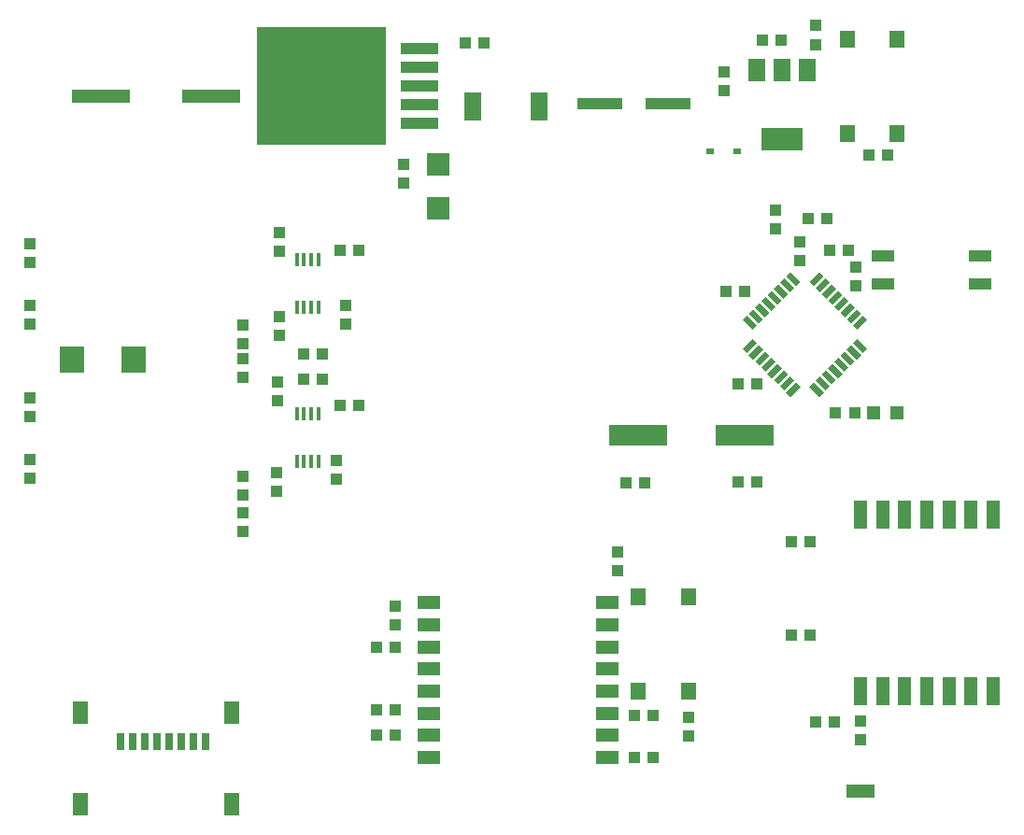
<source format=gtp>
G75*
%MOIN*%
%OFA0B0*%
%FSLAX25Y25*%
%IPPOS*%
%LPD*%
%AMOC8*
5,1,8,0,0,1.08239X$1,22.5*
%
%ADD10R,0.03937X0.04331*%
%ADD11R,0.04724X0.04724*%
%ADD12R,0.21000X0.07600*%
%ADD13R,0.04331X0.03937*%
%ADD14R,0.05000X0.02200*%
%ADD15R,0.02200X0.05000*%
%ADD16R,0.07874X0.04331*%
%ADD17R,0.01575X0.04724*%
%ADD18R,0.07874X0.07874*%
%ADD19R,0.05900X0.07900*%
%ADD20R,0.15000X0.07900*%
%ADD21R,0.13800X0.04100*%
%ADD22R,0.45900X0.42000*%
%ADD23R,0.05906X0.09843*%
%ADD24R,0.05512X0.06299*%
%ADD25R,0.03150X0.02362*%
%ADD26R,0.16000X0.04300*%
%ADD27R,0.07874X0.04724*%
%ADD28R,0.21100X0.04700*%
%ADD29R,0.08900X0.09800*%
%ADD30R,0.05709X0.07874*%
%ADD31R,0.03150X0.05906*%
%ADD32R,0.05000X0.10000*%
%ADD33R,0.10000X0.05000*%
D10*
X0191480Y0098531D03*
X0198173Y0098531D03*
X0198173Y0107531D03*
X0191480Y0107531D03*
X0191480Y0129831D03*
X0198173Y0129831D03*
X0277627Y0157085D03*
X0277627Y0163778D03*
X0339480Y0134031D03*
X0346173Y0134031D03*
X0364227Y0103378D03*
X0364227Y0096685D03*
X0290173Y0105531D03*
X0283480Y0105531D03*
X0155827Y0185485D03*
X0155827Y0192178D03*
X0177027Y0189685D03*
X0177027Y0196378D03*
X0178441Y0216208D03*
X0185134Y0216208D03*
X0156127Y0217685D03*
X0156127Y0224378D03*
X0165480Y0234531D03*
X0172173Y0234531D03*
X0156827Y0241185D03*
X0156827Y0247878D03*
X0180627Y0245185D03*
X0180627Y0251878D03*
X0178480Y0271531D03*
X0185173Y0271531D03*
X0156827Y0271185D03*
X0156827Y0277878D03*
X0201098Y0295542D03*
X0201098Y0302235D03*
X0315327Y0328585D03*
X0315327Y0335278D03*
X0348057Y0344971D03*
X0348057Y0351664D03*
X0367043Y0305500D03*
X0373736Y0305500D03*
X0352072Y0282651D03*
X0345379Y0282651D03*
X0342527Y0274478D03*
X0342527Y0267785D03*
X0362421Y0265378D03*
X0362421Y0258685D03*
X0361988Y0213638D03*
X0355295Y0213638D03*
X0067827Y0212185D03*
X0067827Y0218878D03*
X0067827Y0196878D03*
X0067827Y0190185D03*
X0067827Y0245185D03*
X0067827Y0251878D03*
X0067827Y0267185D03*
X0067827Y0273878D03*
D11*
X0368839Y0213435D03*
X0377106Y0213435D03*
D12*
X0322827Y0205531D03*
X0284827Y0205531D03*
D13*
X0287116Y0188437D03*
X0280423Y0188437D03*
X0320580Y0188672D03*
X0327273Y0188672D03*
X0339480Y0167531D03*
X0346173Y0167531D03*
X0327213Y0223775D03*
X0320520Y0223775D03*
X0322973Y0256731D03*
X0316280Y0256731D03*
X0353056Y0271444D03*
X0359749Y0271444D03*
X0333727Y0279285D03*
X0333727Y0285978D03*
X0229972Y0345338D03*
X0223280Y0345338D03*
X0329280Y0346431D03*
X0335973Y0346431D03*
X0143827Y0244878D03*
X0143827Y0238185D03*
X0143827Y0232878D03*
X0143827Y0226185D03*
X0165480Y0225531D03*
X0172173Y0225531D03*
X0143827Y0190878D03*
X0143827Y0184185D03*
X0143827Y0177878D03*
X0143827Y0171185D03*
X0198027Y0144578D03*
X0198027Y0137885D03*
X0283480Y0090531D03*
X0290173Y0090531D03*
X0302827Y0098185D03*
X0302827Y0104878D03*
X0348080Y0103231D03*
X0354773Y0103231D03*
D14*
G36*
X0342717Y0222775D02*
X0339183Y0219241D01*
X0337627Y0220797D01*
X0341161Y0224331D01*
X0342717Y0222775D01*
G37*
G36*
X0340489Y0225002D02*
X0336955Y0221468D01*
X0335399Y0223024D01*
X0338933Y0226558D01*
X0340489Y0225002D01*
G37*
G36*
X0338262Y0227230D02*
X0334728Y0223696D01*
X0333172Y0225252D01*
X0336706Y0228786D01*
X0338262Y0227230D01*
G37*
G36*
X0336035Y0229457D02*
X0332501Y0225923D01*
X0330945Y0227479D01*
X0334479Y0231013D01*
X0336035Y0229457D01*
G37*
G36*
X0333808Y0231684D02*
X0330274Y0228150D01*
X0328718Y0229706D01*
X0332252Y0233240D01*
X0333808Y0231684D01*
G37*
G36*
X0331581Y0233911D02*
X0328047Y0230377D01*
X0326491Y0231933D01*
X0330025Y0235467D01*
X0331581Y0233911D01*
G37*
G36*
X0329354Y0236138D02*
X0325820Y0232604D01*
X0324264Y0234160D01*
X0327798Y0237694D01*
X0329354Y0236138D01*
G37*
G36*
X0327127Y0238365D02*
X0323593Y0234831D01*
X0322037Y0236387D01*
X0325571Y0239921D01*
X0327127Y0238365D01*
G37*
G36*
X0357708Y0255584D02*
X0354174Y0252050D01*
X0352618Y0253606D01*
X0356152Y0257140D01*
X0357708Y0255584D01*
G37*
G36*
X0359935Y0253357D02*
X0356401Y0249823D01*
X0354845Y0251379D01*
X0358379Y0254913D01*
X0359935Y0253357D01*
G37*
G36*
X0362163Y0251130D02*
X0358629Y0247596D01*
X0357073Y0249152D01*
X0360607Y0252686D01*
X0362163Y0251130D01*
G37*
G36*
X0364390Y0248903D02*
X0360856Y0245369D01*
X0359300Y0246925D01*
X0362834Y0250459D01*
X0364390Y0248903D01*
G37*
G36*
X0366617Y0246676D02*
X0363083Y0243142D01*
X0361527Y0244698D01*
X0365061Y0248232D01*
X0366617Y0246676D01*
G37*
G36*
X0355481Y0257811D02*
X0351947Y0254277D01*
X0350391Y0255833D01*
X0353925Y0259367D01*
X0355481Y0257811D01*
G37*
G36*
X0353254Y0260038D02*
X0349720Y0256504D01*
X0348164Y0258060D01*
X0351698Y0261594D01*
X0353254Y0260038D01*
G37*
G36*
X0351027Y0262265D02*
X0347493Y0258731D01*
X0345937Y0260287D01*
X0349471Y0263821D01*
X0351027Y0262265D01*
G37*
D15*
G36*
X0342717Y0260287D02*
X0341161Y0258731D01*
X0337627Y0262265D01*
X0339183Y0263821D01*
X0342717Y0260287D01*
G37*
G36*
X0340489Y0258060D02*
X0338933Y0256504D01*
X0335399Y0260038D01*
X0336955Y0261594D01*
X0340489Y0258060D01*
G37*
G36*
X0338262Y0255833D02*
X0336706Y0254277D01*
X0333172Y0257811D01*
X0334728Y0259367D01*
X0338262Y0255833D01*
G37*
G36*
X0336035Y0253606D02*
X0334479Y0252050D01*
X0330945Y0255584D01*
X0332501Y0257140D01*
X0336035Y0253606D01*
G37*
G36*
X0333808Y0251379D02*
X0332252Y0249823D01*
X0328718Y0253357D01*
X0330274Y0254913D01*
X0333808Y0251379D01*
G37*
G36*
X0331581Y0249152D02*
X0330025Y0247596D01*
X0326491Y0251130D01*
X0328047Y0252686D01*
X0331581Y0249152D01*
G37*
G36*
X0329354Y0246925D02*
X0327798Y0245369D01*
X0324264Y0248903D01*
X0325820Y0250459D01*
X0329354Y0246925D01*
G37*
G36*
X0327127Y0244698D02*
X0325571Y0243142D01*
X0322037Y0246676D01*
X0323593Y0248232D01*
X0327127Y0244698D01*
G37*
G36*
X0359935Y0229706D02*
X0358379Y0228150D01*
X0354845Y0231684D01*
X0356401Y0233240D01*
X0359935Y0229706D01*
G37*
G36*
X0362163Y0231933D02*
X0360607Y0230377D01*
X0357073Y0233911D01*
X0358629Y0235467D01*
X0362163Y0231933D01*
G37*
G36*
X0364390Y0234160D02*
X0362834Y0232604D01*
X0359300Y0236138D01*
X0360856Y0237694D01*
X0364390Y0234160D01*
G37*
G36*
X0366617Y0236387D02*
X0365061Y0234831D01*
X0361527Y0238365D01*
X0363083Y0239921D01*
X0366617Y0236387D01*
G37*
G36*
X0357708Y0227479D02*
X0356152Y0225923D01*
X0352618Y0229457D01*
X0354174Y0231013D01*
X0357708Y0227479D01*
G37*
G36*
X0355481Y0225252D02*
X0353925Y0223696D01*
X0350391Y0227230D01*
X0351947Y0228786D01*
X0355481Y0225252D01*
G37*
G36*
X0353254Y0223024D02*
X0351698Y0221468D01*
X0348164Y0225002D01*
X0349720Y0226558D01*
X0353254Y0223024D01*
G37*
G36*
X0351027Y0220797D02*
X0349471Y0219241D01*
X0345937Y0222775D01*
X0347493Y0224331D01*
X0351027Y0220797D01*
G37*
D16*
X0372157Y0259531D03*
X0372157Y0269531D03*
X0406921Y0269531D03*
X0406921Y0259531D03*
D17*
X0170665Y0251040D03*
X0168106Y0251040D03*
X0165547Y0251040D03*
X0162988Y0251040D03*
X0162988Y0268022D03*
X0165547Y0268022D03*
X0168106Y0268022D03*
X0170665Y0268022D03*
X0170665Y0213022D03*
X0168106Y0213022D03*
X0165547Y0213022D03*
X0162988Y0213022D03*
X0162988Y0196040D03*
X0165547Y0196040D03*
X0168106Y0196040D03*
X0170665Y0196040D03*
D18*
X0213612Y0286501D03*
X0213612Y0302249D03*
D19*
X0327038Y0335931D03*
X0336038Y0335931D03*
X0345038Y0335931D03*
D20*
X0336138Y0311131D03*
D21*
X0206902Y0316690D03*
X0206902Y0323390D03*
X0206902Y0330090D03*
X0206902Y0336790D03*
X0206902Y0343490D03*
D22*
X0171702Y0330090D03*
D23*
X0225715Y0322884D03*
X0249337Y0322884D03*
D24*
X0359370Y0313295D03*
X0377087Y0313295D03*
X0377087Y0346760D03*
X0359370Y0346760D03*
X0302677Y0147665D03*
X0284961Y0147665D03*
X0284961Y0114201D03*
X0302677Y0114201D03*
D25*
X0310472Y0306901D03*
X0320315Y0306901D03*
D26*
X0295627Y0323931D03*
X0271027Y0323931D03*
D27*
X0273827Y0145657D03*
X0273827Y0137783D03*
X0273827Y0129909D03*
X0273827Y0122035D03*
X0273827Y0114161D03*
X0273827Y0106287D03*
X0273827Y0098413D03*
X0273827Y0090539D03*
X0210047Y0090539D03*
X0210047Y0098413D03*
X0210047Y0106287D03*
X0210047Y0114161D03*
X0210047Y0122035D03*
X0210047Y0129909D03*
X0210047Y0137783D03*
X0210047Y0145657D03*
D28*
X0132427Y0326531D03*
X0093227Y0326531D03*
D29*
X0082927Y0232531D03*
X0104727Y0232531D03*
D30*
X0085693Y0073854D03*
X0139827Y0073854D03*
X0139827Y0106531D03*
X0085693Y0106531D03*
D31*
X0100142Y0096295D03*
X0104472Y0096295D03*
X0108803Y0096295D03*
X0113134Y0096295D03*
X0117465Y0096295D03*
X0121795Y0096295D03*
X0126126Y0096295D03*
X0130457Y0096295D03*
D32*
X0364205Y0114035D03*
X0372079Y0114035D03*
X0379953Y0114035D03*
X0387827Y0114035D03*
X0395701Y0114035D03*
X0403575Y0114035D03*
X0411449Y0114035D03*
X0411449Y0177027D03*
X0403575Y0177027D03*
X0395701Y0177027D03*
X0387827Y0177027D03*
X0379953Y0177027D03*
X0372079Y0177027D03*
X0364205Y0177027D03*
D33*
X0364127Y0078431D03*
M02*

</source>
